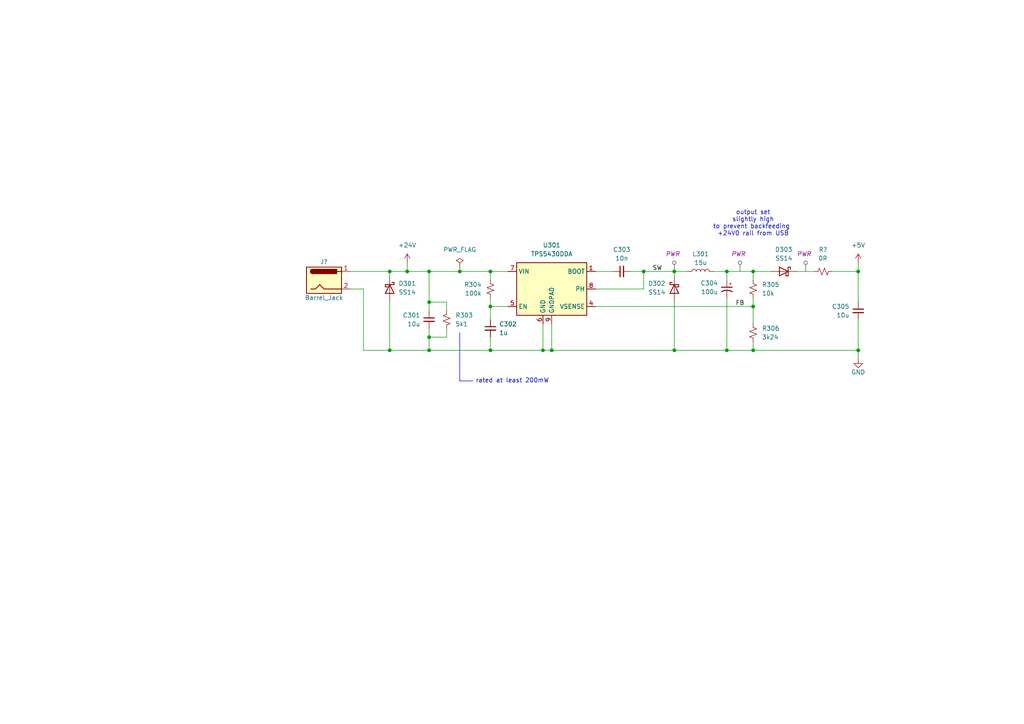
<source format=kicad_sch>
(kicad_sch (version 20250114) (generator "eeschema") (generator_version "9.0")
  (paper "A4")
  (title_block (title "PSU") (date "2024-11-27") (rev "1.0") (company "Asylum Research") (comment 1 "matei jordache"))
  (lib_symbols
    (symbol "Connector:Barrel_Jack" (pin_names (offset 1.016))
      (property "Reference" "J" (at 0 5.334 0))
      (property "Value" "Barrel_Jack" (at 0 -5.08 0))
      (symbol "Barrel_Jack_0_1"
        (rectangle (start -5.08 3.81) (end 5.08 -3.81) (stroke (width 0.254)) (fill (type background)))
        (polyline (pts (xy -3.81 -2.54) (xy -2.54 -2.54) (xy -1.27 -1.27) (xy 0 -2.54) (xy 2.54 -2.54) (xy 5.08 -2.54)) (stroke (width 0.254)))
        (arc (start -3.302 1.905) (mid -3.9343 2.54) (end -3.302 3.175) (stroke (width 0.254)))
        (arc (start -3.302 1.905) (mid -3.9343 2.54) (end -3.302 3.175) (stroke (width 0.254)) (fill (type outline)))
        (rectangle (start 3.683 3.175) (end -3.302 1.905) (stroke (width 0.254)) (fill (type outline)))
        (polyline (pts (xy 5.08 2.54) (xy 3.81 2.54)) (stroke (width 0.254)))
      )
      (symbol "Barrel_Jack_1_1"
        (pin passive line (at 7.62 2.54 180) (length 2.54) (name "~") (number "1"))
        (pin passive line (at 7.62 -2.54 180) (length 2.54) (name "~") (number "2"))
      )
    )
    (symbol "Device:C_Polarized_Small_US" (pin_numbers (hide yes)) (pin_names (offset 0.254) (hide yes))
      (property "Reference" "C" (at 0.254 1.778 0))
      (property "Value" "C_Polarized_Small_US" (at 0.254 -2.032 0))
      (symbol "C_Polarized_Small_US_0_1"
        (polyline (pts (xy -1.524 0.508) (xy 1.524 0.508)) (stroke (width 0.3048)))
        (polyline (pts (xy -1.27 1.524) (xy -0.762 1.524)))
        (polyline (pts (xy -1.016 1.27) (xy -1.016 1.778)))
        (arc (start -1.524 -0.762) (mid 0 -0.3734) (end 1.524 -0.762) (stroke (width 0.3048)))
      )
      (symbol "C_Polarized_Small_US_1_1"
        (pin passive line (at 0 2.54 270) (length 2.032) (name "~") (number "1"))
        (pin passive line (at 0 -2.54 90) (length 2.032) (name "~") (number "2"))
      )
    )
    (symbol "Device:C_Small" (pin_numbers (hide yes)) (pin_names (offset 0.254) (hide yes))
      (property "Reference" "C" (at 0.254 1.778 0))
      (property "Value" "C_Small" (at 0.254 -2.032 0))
      (symbol "C_Small_0_1"
        (polyline (pts (xy -1.524 0.508) (xy 1.524 0.508)) (stroke (width 0.3048)))
        (polyline (pts (xy -1.524 -0.508) (xy 1.524 -0.508)) (stroke (width 0.3302)))
      )
      (symbol "C_Small_1_1"
        (pin passive line (at 0 2.54 270) (length 2.032) (name "~") (number "1"))
        (pin passive line (at 0 -2.54 90) (length 2.032) (name "~") (number "2"))
      )
    )
    (symbol "Device:D_Schottky" (pin_numbers (hide yes)) (pin_names (offset 1.016) (hide yes))
      (property "Reference" "D" (at 0 2.54 0))
      (property "Value" "D_Schottky" (at 0 -2.54 0))
      (symbol "D_Schottky_0_1"
        (polyline (pts (xy -1.905 0.635) (xy -1.905 1.27) (xy -1.27 1.27) (xy -1.27 -1.27) (xy -0.635 -1.27) (xy -0.635 -0.635)) (stroke (width 0.254)))
        (polyline (pts (xy 1.27 1.27) (xy 1.27 -1.27) (xy -1.27 0) (xy 1.27 1.27)) (stroke (width 0.254)))
        (polyline (pts (xy 1.27 0) (xy -1.27 0)))
      )
      (symbol "D_Schottky_1_1"
        (pin passive line (at -3.81 0 0) (length 2.54) (name "K") (number "1"))
        (pin passive line (at 3.81 0 180) (length 2.54) (name "A") (number "2"))
      )
    )
    (symbol "Device:L" (pin_numbers (hide yes)) (pin_names (offset 1.016) (hide yes))
      (property "Reference" "L" (at -1.27 0 90))
      (property "Value" "L" (at 1.905 0 90))
      (symbol "L_0_1"
        (arc (start 0 2.54) (mid 0.6323 1.905) (end 0 1.27))
        (arc (start 0 1.27) (mid 0.6323 0.635) (end 0 0))
        (arc (start 0 0) (mid 0.6323 -0.635) (end 0 -1.27))
        (arc (start 0 -1.27) (mid 0.6323 -1.905) (end 0 -2.54))
      )
      (symbol "L_1_1"
        (pin passive line (at 0 3.81 270) (length 1.27) (name "1") (number "1"))
        (pin passive line (at 0 -3.81 90) (length 1.27) (name "2") (number "2"))
      )
    )
    (symbol "Device:R_Small_US" (pin_numbers (hide yes)) (pin_names (offset 0.254) (hide yes))
      (property "Reference" "R" (at 0.762 0.508 0))
      (property "Value" "R_Small_US" (at 0.762 -1.016 0))
      (symbol "R_Small_US_1_1"
        (polyline (pts (xy 0 1.524) (xy 1.016 1.143) (xy 0 0.762) (xy -1.016 0.381) (xy 0 0)))
        (polyline (pts (xy 0 0) (xy 1.016 -0.381) (xy 0 -0.762) (xy -1.016 -1.143) (xy 0 -1.524)))
        (pin passive line (at 0 2.54 270) (length 1.016) (name "~") (number "1"))
        (pin passive line (at 0 -2.54 90) (length 1.016) (name "~") (number "2"))
      )
    )
    (symbol "Regulator_Switching:TPS5430DDA"
      (property "Reference" "U" (at -10.16 8.89 0))
      (property "Value" "TPS5430DDA" (at -1.27 8.89 0))
      (symbol "TPS5430DDA_0_1"
        (rectangle (start -10.16 7.62) (end 10.16 -7.62) (stroke (width 0.254)) (fill (type background)))
      )
      (symbol "TPS5430DDA_1_1"
        (pin power_in line (at -12.7 5.08 0) (length 2.54) (name "VIN") (number "7"))
        (pin input line (at -12.7 -5.08 0) (length 2.54) (name "EN") (number "5"))
        (pin no_connect line (at -10.16 2.54 0) (length 2.54) (hide yes) (name "NC") (number "2"))
        (pin no_connect line (at -10.16 -2.54 0) (length 2.54) (hide yes) (name "NC") (number "3"))
        (pin power_in line (at -2.54 -10.16 90) (length 2.54) (name "GND") (number "6"))
        (pin power_in line (at 0 -10.16 90) (length 2.54) (name "GNDPAD") (number "9"))
        (pin input line (at 12.7 5.08 180) (length 2.54) (name "BOOT") (number "1"))
        (pin output line (at 12.7 0 180) (length 2.54) (name "PH") (number "8"))
        (pin input line (at 12.7 -5.08 180) (length 2.54) (name "VSENSE") (number "4"))
      )
    )
    (symbol "power:+24V" (power) (pin_numbers (hide yes)) (pin_names (offset 0) (hide yes))
      (property "Value" "+24V" (at 0 3.556 0))
      (symbol "+24V_0_1"
        (polyline (pts (xy -0.762 1.27) (xy 0 2.54)))
        (polyline (pts (xy 0 2.54) (xy 0.762 1.27)))
        (polyline (pts (xy 0 0) (xy 0 2.54)))
      )
      (symbol "+24V_1_1"
        (pin power_in line (at 0 0 90) (length 0) (name "~") (number "1"))
      )
    )
    (symbol "power:+3V3" (power) (pin_numbers (hide yes)) (pin_names (offset 0) (hide yes))
      (property "Value" "+3V3" (at 0 3.556 0))
      (symbol "+3V3_0_1"
        (polyline (pts (xy -0.762 1.27) (xy 0 2.54)))
        (polyline (pts (xy 0 2.54) (xy 0.762 1.27)))
        (polyline (pts (xy 0 0) (xy 0 2.54)))
      )
      (symbol "+3V3_1_1"
        (pin power_in line (at 0 0 90) (length 0) (name "~") (number "1"))
      )
    )
    (symbol "power:GND" (power) (pin_numbers (hide yes)) (pin_names (offset 0) (hide yes))
      (property "Value" "GND" (at 0 -3.81 0))
      (symbol "GND_0_1"
        (polyline (pts (xy 0 0) (xy 0 -1.27) (xy 1.27 -1.27) (xy 0 -2.54) (xy -1.27 -1.27) (xy 0 -1.27)))
      )
      (symbol "GND_1_1"
        (pin power_in line (at 0 0 270) (length 0) (name "~") (number "1"))
      )
    )
    (symbol "power:PWR_FLAG" (power) (pin_numbers (hide yes)) (pin_names (offset 0) (hide yes))
      (property "Value" "PWR_FLAG" (at 0 3.81 0))
      (symbol "PWR_FLAG_0_0"
        (pin power_out line (at 0 0 90) (length 0) (name "~") (number "1"))
      )
      (symbol "PWR_FLAG_0_1"
        (polyline (pts (xy 0 0) (xy 0 1.27) (xy -1.016 1.905) (xy 0 2.54) (xy 1.016 1.905) (xy 0 1.27)))
      )
    )
  )
  (text "output set\nslightly high\nto prevent backfeeding \n+24V0 rail from USB" (at 218.44 64.77 0) (effects (font (size 1.27 1.27))))
  (text "rated at least 200mW" (at 148.59 110.49 0) (effects (font (size 1.27 1.27))))
  (junction (at 218.44 101.6))
  (junction (at 113.03 78.74))
  (junction (at 195.58 78.74))
  (junction (at 218.44 78.74))
  (junction (at 248.92 101.6))
  (junction (at 210.82 101.6))
  (junction (at 124.46 78.74))
  (junction (at 186.69 78.74))
  (junction (at 142.24 88.9))
  (junction (at 142.24 78.74))
  (junction (at 124.46 87.63))
  (junction (at 124.46 101.6))
  (junction (at 248.92 78.74))
  (junction (at 142.24 101.6))
  (junction (at 218.44 88.9))
  (junction (at 124.46 97.79))
  (junction (at 118.11 78.74))
  (junction (at 210.82 78.74))
  (junction (at 133.35 78.74))
  (junction (at 157.48 101.6))
  (junction (at 113.03 101.6))
  (junction (at 160.02 101.6))
  (junction (at 195.58 101.6))
  (wire (pts (xy 133.35 77.47) (xy 133.35 78.74)))
  (polyline (pts (xy 133.35 96.52) (xy 133.35 110.49)))
  (wire (pts (xy 113.03 87.63) (xy 113.03 101.6)))
  (wire (pts (xy 142.24 97.79) (xy 142.24 101.6)))
  (wire (pts (xy 142.24 81.28) (xy 142.24 78.74)))
  (polyline (pts (xy 137.16 110.49) (xy 133.35 110.49)))
  (wire (pts (xy 210.82 101.6) (xy 218.44 101.6)))
  (wire (pts (xy 124.46 97.79) (xy 124.46 101.6)))
  (wire (pts (xy 129.54 97.79) (xy 124.46 97.79)))
  (wire (pts (xy 195.58 87.63) (xy 195.58 101.6)))
  (wire (pts (xy 248.92 101.6) (xy 248.92 104.14)))
  (wire (pts (xy 210.82 78.74) (xy 218.44 78.74)))
  (wire (pts (xy 142.24 78.74) (xy 147.32 78.74)))
  (wire (pts (xy 248.92 76.2) (xy 248.92 78.74)))
  (wire (pts (xy 218.44 88.9) (xy 218.44 93.98)))
  (wire (pts (xy 186.69 83.82) (xy 186.69 78.74)))
  (wire (pts (xy 157.48 101.6) (xy 160.02 101.6)))
  (wire (pts (xy 124.46 95.25) (xy 124.46 97.79)))
  (wire (pts (xy 142.24 88.9) (xy 142.24 86.36)))
  (wire (pts (xy 157.48 93.98) (xy 157.48 101.6)))
  (wire (pts (xy 105.41 101.6) (xy 113.03 101.6)))
  (wire (pts (xy 124.46 87.63) (xy 124.46 90.17)))
  (wire (pts (xy 218.44 78.74) (xy 223.52 78.74)))
  (wire (pts (xy 101.6 83.82) (xy 105.41 83.82)))
  (wire (pts (xy 129.54 87.63) (xy 129.54 90.17)))
  (wire (pts (xy 195.58 78.74) (xy 195.58 80.01)))
  (wire (pts (xy 113.03 101.6) (xy 124.46 101.6)))
  (wire (pts (xy 186.69 78.74) (xy 195.58 78.74)))
  (wire (pts (xy 124.46 78.74) (xy 124.46 87.63)))
  (wire (pts (xy 210.82 81.28) (xy 210.82 78.74)))
  (wire (pts (xy 231.14 78.74) (xy 236.22 78.74)))
  (wire (pts (xy 210.82 101.6) (xy 210.82 86.36)))
  (wire (pts (xy 172.72 78.74) (xy 177.8 78.74)))
  (wire (pts (xy 172.72 83.82) (xy 186.69 83.82)))
  (wire (pts (xy 124.46 101.6) (xy 142.24 101.6)))
  (wire (pts (xy 218.44 88.9) (xy 218.44 86.36)))
  (wire (pts (xy 118.11 78.74) (xy 124.46 78.74)))
  (wire (pts (xy 105.41 83.82) (xy 105.41 101.6)))
  (wire (pts (xy 218.44 81.28) (xy 218.44 78.74)))
  (wire (pts (xy 182.88 78.74) (xy 186.69 78.74)))
  (wire (pts (xy 172.72 88.9) (xy 218.44 88.9)))
  (wire (pts (xy 124.46 78.74) (xy 133.35 78.74)))
  (wire (pts (xy 248.92 78.74) (xy 248.92 87.63)))
  (wire (pts (xy 113.03 78.74) (xy 118.11 78.74)))
  (wire (pts (xy 142.24 101.6) (xy 157.48 101.6)))
  (wire (pts (xy 124.46 87.63) (xy 129.54 87.63)))
  (wire (pts (xy 133.35 78.74) (xy 142.24 78.74)))
  (wire (pts (xy 218.44 101.6) (xy 248.92 101.6)))
  (wire (pts (xy 113.03 78.74) (xy 113.03 80.01)))
  (wire (pts (xy 142.24 88.9) (xy 142.24 92.71)))
  (wire (pts (xy 147.32 88.9) (xy 142.24 88.9)))
  (wire (pts (xy 207.01 78.74) (xy 210.82 78.74)))
  (wire (pts (xy 160.02 101.6) (xy 195.58 101.6)))
  (wire (pts (xy 218.44 99.06) (xy 218.44 101.6)))
  (wire (pts (xy 101.6 78.74) (xy 113.03 78.74)))
  (wire (pts (xy 195.58 101.6) (xy 210.82 101.6)))
  (wire (pts (xy 129.54 95.25) (xy 129.54 97.79)))
  (wire (pts (xy 195.58 78.74) (xy 199.39 78.74)))
  (wire (pts (xy 248.92 92.71) (xy 248.92 101.6)))
  (wire (pts (xy 160.02 101.6) (xy 160.02 93.98)))
  (wire (pts (xy 241.3 78.74) (xy 248.92 78.74)))
  (wire (pts (xy 118.11 78.74) (xy 118.11 76.2)))
  (label "SW" (at 189.23 78.74 0))
  (label "FB" (at 215.9 88.9 180))
  (netclass_flag "" (length 2.54) (shape round) (at 233.68 78.74 0) (property "Netclass" "PWR" (at 231.14 73.66 0) (effects (font (italic yes)) (justify left))))
  (netclass_flag "" (length 2.54) (shape round) (at 195.58 78.74 0) (property "Netclass" "PWR" (at 193.04 73.66 0) (effects (font (italic yes)) (justify left))))
  (netclass_flag "" (length 2.54) (shape round) (at 214.63 78.74 0) (property "Netclass" "PWR" (at 212.09 73.66 0) (effects (font (italic yes)) (justify left))))
  (symbol (lib_id "Device:R_Small_US") (at 218.44 96.52 0) (unit 1)
    (property "Reference" "R306" (at 220.98 95.2499 0) (effects (justify left)))
    (property "Value" "3k24" (at 220.98 97.7899 0) (effects (justify left)))
    (property "Footprint" "Resistor_SMD:R_0603_1608Metric" (effects (hide yes)))
    (property "Description" "Resistor, small US symbol" (effects (hide yes)))
    (property "LCSC ID" "C22994" (effects (hide yes)))
  )
  (symbol (lib_id "Device:C_Polarized_Small_US") (at 210.82 83.82 0) (mirror y) (unit 1)
    (property "Reference" "C304" (at 208.28 82.1181 0) (effects (justify left)))
    (property "Value" "100u" (at 208.28 84.6581 0) (effects (justify left)))
    (property "Footprint" "Capacitor_SMD:CP_Elec_5x5.4" (effects (hide yes)))
    (property "Description" "Polarized capacitor, small US symbol" (effects (hide yes)))
    (property "LCSC ID" "C18221491" (effects (hide yes)))
  )
  (symbol (lib_id "Device:D_Schottky") (at 113.03 83.82 270) (unit 1)
    (property "Reference" "D301" (at 115.57 82.2324 90) (effects (justify left)))
    (property "Value" "SS14" (at 115.57 84.7724 90) (effects (justify left)))
    (property "Footprint" "Diode_SMD:D_SMA" (effects (hide yes)))
    (property "Description" "Schottky diode" (effects (hide yes)))
    (property "LCSC ID" "C2480" (effects (hide yes)))
  )
  (symbol (lib_id "Device:D_Schottky") (at 227.33 78.74 0) (mirror y) (unit 1)
    (property "Reference" "D303" (at 229.87 72.39 0) (effects (justify left)))
    (property "Value" "SS14" (at 229.87 74.93 0) (effects (justify left)))
    (property "Footprint" "Diode_SMD:D_SMA" (effects (hide yes)))
    (property "Description" "Schottky diode" (effects (hide yes)))
    (property "LCSC ID" "C2480" (effects (hide yes)))
  )
  (symbol (lib_id "Device:R_Small_US") (at 218.44 83.82 0) (unit 1)
    (property "Reference" "R305" (at 220.98 82.5499 0) (effects (justify left)))
    (property "Value" "10k" (at 220.98 85.0899 0) (effects (justify left)))
    (property "Footprint" "Resistor_SMD:R_0603_1608Metric" (effects (hide yes)))
    (property "Description" "Resistor, small US symbol" (effects (hide yes)))
    (property "LCSC ID" "C25804" (effects (hide yes)))
  )
  (symbol (lib_id "Connector:Barrel_Jack") (at 93.98 81.28 0) (unit 1)
    (property "Reference" "J?" (at 93.98 75.946 0))
    (property "Value" "Barrel_Jack" (at 93.98 86.36 0))
    (property "Description" "DC Barrel Jack" (effects (hide yes)))
  )
  (symbol (lib_id "Device:C_Small") (at 124.46 92.71 0) (mirror y) (unit 1)
    (property "Reference" "C301" (at 121.92 91.4462 0) (effects (justify left)))
    (property "Value" "10u" (at 121.92 93.9862 0) (effects (justify left)))
    (property "Footprint" "Capacitor_SMD:C_1206_3216Metric" (effects (hide yes)))
    (property "Description" "Unpolarized capacitor, small symbol" (effects (hide yes)))
    (property "LCSC ID" "C13585" (effects (hide yes)))
  )
  (symbol (lib_id "Device:C_Small") (at 142.24 95.25 0) (unit 1)
    (property "Reference" "C302" (at 144.78 93.9862 0) (effects (justify left)))
    (property "Value" "1u" (at 144.78 96.5262 0) (effects (justify left)))
    (property "Footprint" "Capacitor_SMD:C_0603_1608Metric" (effects (hide yes)))
    (property "Description" "Unpolarized capacitor, small symbol" (effects (hide yes)))
    (property "LCSC ID" "C15849" (effects (hide yes)))
  )
  (symbol (lib_id "power:PWR_FLAG") (at 133.35 77.47 0) (unit 1)
    (property "Reference" "#FLG0301" (effects (hide yes)))
    (property "Value" "PWR_FLAG" (at 133.35 72.39 0))
    (property "Description" "Special symbol for telling ERC where power comes from" (effects (hide yes)))
  )
  (symbol (lib_id "Device:L") (at 203.2 78.74 90) (unit 1)
    (property "Reference" "L301" (at 203.2 73.66 90))
    (property "Value" "15u" (at 203.2 76.2 90))
    (property "Footprint" "easyeda2kicad:IND-SMD_L8.0-W8.0" (effects (hide yes)))
    (property "Description" "Inductor" (effects (hide yes)))
    (property "LCSC ID" "C16853" (effects (hide yes)))
  )
  (symbol (lib_id "Device:R_Small_US") (at 142.24 83.82 0) (unit 1)
    (property "Reference" "R304" (at 139.7 82.5499 0) (effects (justify right)))
    (property "Value" "100k" (at 139.7 85.0899 0) (effects (justify right)))
    (property "Footprint" "Resistor_SMD:R_0603_1608Metric" (effects (hide yes)))
    (property "Description" "Resistor, small US symbol" (effects (hide yes)))
    (property "LCSC ID" "C14675" (effects (hide yes)))
  )
  (symbol (lib_id "power:GND") (at 248.92 104.14 0) (unit 1)
    (property "Reference" "#PWR0501" (effects (hide yes)))
    (property "Value" "GND" (at 248.92 107.95 0))
    (property "Description" "Power symbol creates a global label with name \"GND\" , ground" (effects (hide yes)))
  )
  (symbol (lib_id "Regulator_Switching:TPS5430DDA") (at 160.02 83.82 0) (unit 1)
    (property "Reference" "U301" (at 160.02 71.12 0))
    (property "Value" "TPS5430DDA" (at 160.02 73.66 0))
    (property "Footprint" "Package_SO:TI_SO-PowerPAD-8_ThermalVias" (effects (hide yes)))
    (property "Datasheet" "http://www.ti.com/lit/ds/symlink/tps5430.pdf" (effects (hide yes)))
    (property "Description" "3A, Step Down Swift Converter, Adjustable Output Voltage, 5.5-36V Input Voltage, PowerSO-8" (effects (hide yes)))
    (property "LCSC ID" "C9864" (effects (hide yes)))
  )
  (symbol (lib_id "power:+3V3") (at 248.92 76.2 0) (unit 1)
    (property "Reference" "#PWR0303" (effects (hide yes)))
    (property "Value" "+5V" (at 248.92 71.12 0))
    (property "Description" "Power symbol creates a global label with name \"+3V3\"" (effects (hide yes)))
  )
  (symbol (lib_id "Device:D_Schottky") (at 195.58 83.82 90) (mirror x) (unit 1)
    (property "Reference" "D302" (at 193.04 82.2324 90) (effects (justify left)))
    (property "Value" "SS14" (at 193.04 84.7724 90) (effects (justify left)))
    (property "Footprint" "Diode_SMD:D_SMA" (effects (hide yes)))
    (property "Description" "Schottky diode" (effects (hide yes)))
    (property "LCSC ID" "C2480" (effects (hide yes)))
  )
  (symbol (lib_id "Device:C_Small") (at 180.34 78.74 90) (unit 1)
    (property "Reference" "C303" (at 180.3463 72.39 90))
    (property "Value" "10n" (at 180.3463 74.93 90))
    (property "Footprint" "Capacitor_SMD:C_0402_1005Metric" (effects (hide yes)))
    (property "Description" "Unpolarized capacitor, small symbol" (effects (hide yes)))
    (property "LCSC ID" "C15195" (effects (hide yes)))
  )
  (symbol (lib_id "Device:R_Small_US") (at 129.54 92.71 0) (mirror y) (unit 1)
    (property "Reference" "R303" (at 132.08 91.4399 0) (effects (justify right)))
    (property "Value" "5k1" (at 132.08 93.9799 0) (effects (justify right)))
    (property "Footprint" "Resistor_SMD:R_0603_1608Metric" (effects (hide yes)))
    (property "Description" "Resistor, small US symbol" (effects (hide yes)))
    (property "LCSC ID" "C2774420" (effects (hide yes)))
  )
  (symbol (lib_id "Device:R_Small_US") (at 238.76 78.74 90) (unit 1)
    (property "Reference" "R?" (at 240.03 72.39 90) (effects (justify left)))
    (property "Value" "0R" (at 240.03 74.93 90) (effects (justify left)))
    (property "Description" "Resistor, small US symbol" (effects (hide yes)))
  )
  (symbol (lib_id "Device:C_Small") (at 248.92 90.17 0) (mirror y) (unit 1)
    (property "Reference" "C305" (at 246.38 88.9062 0) (effects (justify left)))
    (property "Value" "10u" (at 246.38 91.4462 0) (effects (justify left)))
    (property "Footprint" "Capacitor_SMD:C_1206_3216Metric" (effects (hide yes)))
    (property "Description" "Unpolarized capacitor, small symbol" (effects (hide yes)))
    (property "LCSC ID" "C13585" (effects (hide yes)))
  )
  (symbol (lib_id "power:+24V") (at 118.11 76.2 0) (unit 1)
    (property "Reference" "#PWR0301" (effects (hide yes)))
    (property "Value" "+24V" (at 118.11 71.12 0))
    (property "Description" "Power symbol creates a global label with name \"+24V\"" (effects (hide yes)))
  )
)
</source>
